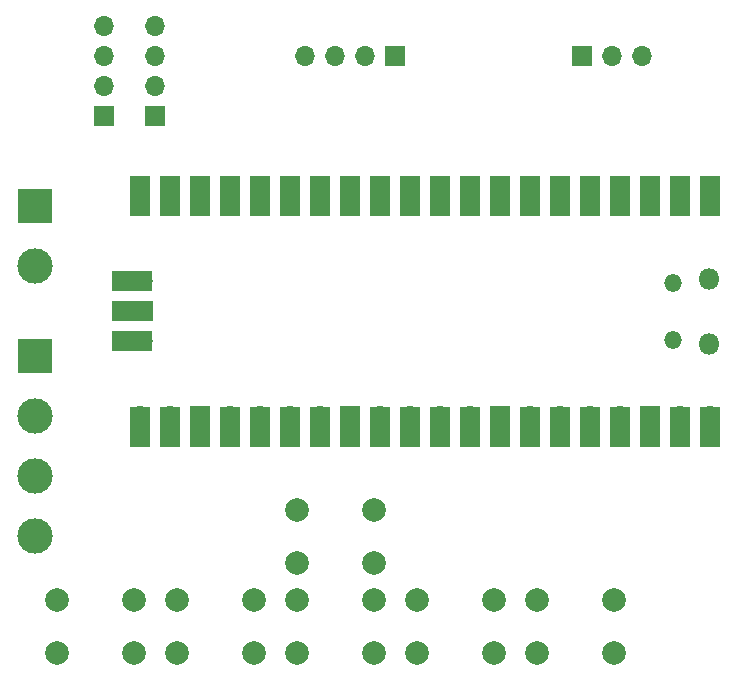
<source format=gts>
G04 #@! TF.GenerationSoftware,KiCad,Pcbnew,7.0.1-0*
G04 #@! TF.CreationDate,2024-02-02T12:19:18+01:00*
G04 #@! TF.ProjectId,thermostat,74686572-6d6f-4737-9461-742e6b696361,rev?*
G04 #@! TF.SameCoordinates,Original*
G04 #@! TF.FileFunction,Soldermask,Top*
G04 #@! TF.FilePolarity,Negative*
%FSLAX46Y46*%
G04 Gerber Fmt 4.6, Leading zero omitted, Abs format (unit mm)*
G04 Created by KiCad (PCBNEW 7.0.1-0) date 2024-02-02 12:19:18*
%MOMM*%
%LPD*%
G01*
G04 APERTURE LIST*
%ADD10C,2.000000*%
%ADD11R,1.700000X1.700000*%
%ADD12O,1.700000X1.700000*%
%ADD13R,3.000000X3.000000*%
%ADD14C,3.000000*%
%ADD15O,1.800000X1.800000*%
%ADD16O,1.500000X1.500000*%
%ADD17R,1.700000X3.500000*%
%ADD18R,3.500000X1.700000*%
G04 APERTURE END LIST*
D10*
X111050000Y-104430000D03*
X117550000Y-104430000D03*
X111050000Y-108930000D03*
X117550000Y-108930000D03*
D11*
X94680000Y-63500000D03*
D12*
X94680000Y-60960000D03*
X94680000Y-58420000D03*
X94680000Y-55880000D03*
D13*
X88900000Y-71120000D03*
D14*
X88900000Y-76200000D03*
D11*
X99060000Y-63500000D03*
D12*
X99060000Y-60960000D03*
X99060000Y-58420000D03*
X99060000Y-55880000D03*
D10*
X121210000Y-104430000D03*
X127710000Y-104430000D03*
X121210000Y-108930000D03*
X127710000Y-108930000D03*
X131370000Y-104430000D03*
X137870000Y-104430000D03*
X131370000Y-108930000D03*
X137870000Y-108930000D03*
D11*
X119370000Y-58420000D03*
D12*
X116830000Y-58420000D03*
X114290000Y-58420000D03*
X111750000Y-58420000D03*
D10*
X90730000Y-104430000D03*
X97230000Y-104430000D03*
X90730000Y-108930000D03*
X97230000Y-108930000D03*
X100890000Y-104430000D03*
X107390000Y-104430000D03*
X100890000Y-108930000D03*
X107390000Y-108930000D03*
X111050000Y-96810000D03*
X117550000Y-96810000D03*
X111050000Y-101310000D03*
X117550000Y-101310000D03*
D13*
X88900000Y-83820000D03*
D14*
X88900000Y-88900000D03*
X88900000Y-93980000D03*
X88900000Y-99060000D03*
D15*
X145920000Y-77285000D03*
D16*
X142890000Y-77585000D03*
X142890000Y-82435000D03*
D15*
X145920000Y-82735000D03*
D12*
X146050000Y-71120000D03*
D17*
X146050000Y-70220000D03*
D12*
X143510000Y-71120000D03*
D17*
X143510000Y-70220000D03*
D11*
X140970000Y-71120000D03*
D17*
X140970000Y-70220000D03*
D12*
X138430000Y-71120000D03*
D17*
X138430000Y-70220000D03*
D12*
X135890000Y-71120000D03*
D17*
X135890000Y-70220000D03*
D12*
X133350000Y-71120000D03*
D17*
X133350000Y-70220000D03*
D12*
X130810000Y-71120000D03*
D17*
X130810000Y-70220000D03*
D11*
X128270000Y-71120000D03*
D17*
X128270000Y-70220000D03*
D12*
X125730000Y-71120000D03*
D17*
X125730000Y-70220000D03*
D12*
X123190000Y-71120000D03*
D17*
X123190000Y-70220000D03*
D12*
X120650000Y-71120000D03*
D17*
X120650000Y-70220000D03*
D12*
X118110000Y-71120000D03*
D17*
X118110000Y-70220000D03*
D11*
X115570000Y-71120000D03*
D17*
X115570000Y-70220000D03*
D12*
X113030000Y-71120000D03*
D17*
X113030000Y-70220000D03*
D12*
X110490000Y-71120000D03*
D17*
X110490000Y-70220000D03*
D12*
X107950000Y-71120000D03*
D17*
X107950000Y-70220000D03*
D12*
X105410000Y-71120000D03*
D17*
X105410000Y-70220000D03*
D11*
X102870000Y-71120000D03*
D17*
X102870000Y-70220000D03*
D12*
X100330000Y-71120000D03*
D17*
X100330000Y-70220000D03*
D12*
X97790000Y-71120000D03*
D17*
X97790000Y-70220000D03*
D12*
X97790000Y-88900000D03*
D17*
X97790000Y-89800000D03*
D12*
X100330000Y-88900000D03*
D17*
X100330000Y-89800000D03*
D11*
X102870000Y-88900000D03*
D17*
X102870000Y-89800000D03*
D12*
X105410000Y-88900000D03*
D17*
X105410000Y-89800000D03*
D12*
X107950000Y-88900000D03*
D17*
X107950000Y-89800000D03*
D12*
X110490000Y-88900000D03*
D17*
X110490000Y-89800000D03*
D12*
X113030000Y-88900000D03*
D17*
X113030000Y-89800000D03*
D11*
X115570000Y-88900000D03*
D17*
X115570000Y-89800000D03*
D12*
X118110000Y-88900000D03*
D17*
X118110000Y-89800000D03*
D12*
X120650000Y-88900000D03*
D17*
X120650000Y-89800000D03*
D12*
X123190000Y-88900000D03*
D17*
X123190000Y-89800000D03*
D12*
X125730000Y-88900000D03*
D17*
X125730000Y-89800000D03*
D11*
X128270000Y-88900000D03*
D17*
X128270000Y-89800000D03*
D12*
X130810000Y-88900000D03*
D17*
X130810000Y-89800000D03*
D12*
X133350000Y-88900000D03*
D17*
X133350000Y-89800000D03*
D12*
X135890000Y-88900000D03*
D17*
X135890000Y-89800000D03*
D12*
X138430000Y-88900000D03*
D17*
X138430000Y-89800000D03*
D11*
X140970000Y-88900000D03*
D17*
X140970000Y-89800000D03*
D12*
X143510000Y-88900000D03*
D17*
X143510000Y-89800000D03*
D12*
X146050000Y-88900000D03*
D17*
X146050000Y-89800000D03*
D12*
X98020000Y-77470000D03*
D18*
X97120000Y-77470000D03*
D11*
X98020000Y-80010000D03*
D18*
X97120000Y-80010000D03*
D12*
X98020000Y-82550000D03*
D18*
X97120000Y-82550000D03*
D11*
X135215000Y-58420000D03*
D12*
X137755000Y-58420000D03*
X140295000Y-58420000D03*
M02*

</source>
